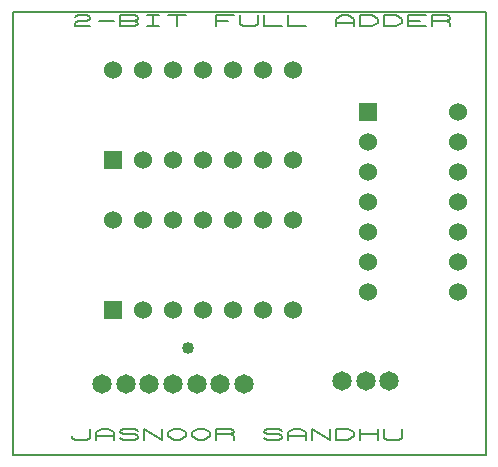
<source format=gbr>
G04 PROTEUS GERBER X2 FILE*
%TF.GenerationSoftware,Labcenter,Proteus,8.9-SP2-Build28501*%
%TF.CreationDate,2023-03-09T16:47:13+00:00*%
%TF.FileFunction,Soldermask,Bot*%
%TF.FilePolarity,Negative*%
%TF.Part,Single*%
%TF.SameCoordinates,{0f7d483c-582a-42f8-afd4-3f49b78b352a}*%
%FSLAX45Y45*%
%MOMM*%
G01*
%TA.AperFunction,Material*%
%ADD70C,1.016000*%
%AMPPAD011*
4,1,36,
-0.635000,0.762000,
0.635000,0.762000,
0.660970,0.759470,
0.684980,0.752200,
0.706580,0.740650,
0.725290,0.725290,
0.740650,0.706570,
0.752200,0.684980,
0.759470,0.660970,
0.762000,0.635000,
0.762000,-0.635000,
0.759470,-0.660970,
0.752200,-0.684980,
0.740650,-0.706570,
0.725290,-0.725290,
0.706580,-0.740650,
0.684980,-0.752200,
0.660970,-0.759470,
0.635000,-0.762000,
-0.635000,-0.762000,
-0.660970,-0.759470,
-0.684980,-0.752200,
-0.706580,-0.740650,
-0.725290,-0.725290,
-0.740650,-0.706570,
-0.752200,-0.684980,
-0.759470,-0.660970,
-0.762000,-0.635000,
-0.762000,0.635000,
-0.759470,0.660970,
-0.752200,0.684980,
-0.740650,0.706570,
-0.725290,0.725290,
-0.706580,0.740650,
-0.684980,0.752200,
-0.660970,0.759470,
-0.635000,0.762000,
0*%
%TA.AperFunction,Material*%
%ADD71PPAD011*%
%ADD20C,1.524000*%
%AMPPAD013*
4,1,36,
0.762000,0.635000,
0.762000,-0.635000,
0.759470,-0.660970,
0.752200,-0.684980,
0.740650,-0.706580,
0.725290,-0.725290,
0.706570,-0.740650,
0.684980,-0.752200,
0.660970,-0.759470,
0.635000,-0.762000,
-0.635000,-0.762000,
-0.660970,-0.759470,
-0.684980,-0.752200,
-0.706570,-0.740650,
-0.725290,-0.725290,
-0.740650,-0.706580,
-0.752200,-0.684980,
-0.759470,-0.660970,
-0.762000,-0.635000,
-0.762000,0.635000,
-0.759470,0.660970,
-0.752200,0.684980,
-0.740650,0.706580,
-0.725290,0.725290,
-0.706570,0.740650,
-0.684980,0.752200,
-0.660970,0.759470,
-0.635000,0.762000,
0.635000,0.762000,
0.660970,0.759470,
0.684980,0.752200,
0.706570,0.740650,
0.725290,0.725290,
0.740650,0.706580,
0.752200,0.684980,
0.759470,0.660970,
0.762000,0.635000,
0*%
%ADD21PPAD013*%
%TA.AperFunction,Material*%
%ADD22C,1.651000*%
%TA.AperFunction,Profile*%
%ADD16C,0.203200*%
%TD.AperFunction*%
D70*
X-1270000Y-2095500D03*
D71*
X-1905000Y-1774000D03*
D20*
X-1651000Y-1774000D03*
X-1397000Y-1774000D03*
X-1143000Y-1774000D03*
X-889000Y-1774000D03*
X-635000Y-1774000D03*
X-381000Y-1774000D03*
X-381000Y-1012000D03*
X-635000Y-1012000D03*
X-889000Y-1012000D03*
X-1143000Y-1012000D03*
X-1397000Y-1012000D03*
X-1651000Y-1012000D03*
X-1905000Y-1012000D03*
D71*
X-1905000Y-508000D03*
D20*
X-1651000Y-508000D03*
X-1397000Y-508000D03*
X-1143000Y-508000D03*
X-889000Y-508000D03*
X-635000Y-508000D03*
X-381000Y-508000D03*
X-381000Y+254000D03*
X-635000Y+254000D03*
X-889000Y+254000D03*
X-1143000Y+254000D03*
X-1397000Y+254000D03*
X-1651000Y+254000D03*
X-1905000Y+254000D03*
D21*
X+258000Y-95000D03*
D20*
X+258000Y-349000D03*
X+258000Y-603000D03*
X+258000Y-857000D03*
X+258000Y-1111000D03*
X+258000Y-1365000D03*
X+258000Y-1619000D03*
X+1020000Y-1619000D03*
X+1020000Y-1365000D03*
X+1020000Y-1111000D03*
X+1020000Y-857000D03*
X+1020000Y-603000D03*
X+1020000Y-349000D03*
X+1020000Y-95000D03*
D22*
X-1997000Y-2405000D03*
X-1797000Y-2405000D03*
X-1597000Y-2405000D03*
X-1397000Y-2405000D03*
X-1197000Y-2405000D03*
X-997000Y-2405000D03*
X-797000Y-2405000D03*
X+34000Y-2377000D03*
X+234000Y-2377000D03*
X+434000Y-2377000D03*
D16*
X-2750000Y-3000000D02*
X+1250000Y-3000000D01*
X+1250000Y+750000D01*
X-2750000Y+750000D01*
X-2750000Y-3000000D01*
X-2250000Y-2841440D02*
X-2250000Y-2856680D01*
X-2224600Y-2871920D01*
X-2123000Y-2871920D01*
X-2097600Y-2856680D01*
X-2097600Y-2780480D01*
X-2046800Y-2871920D02*
X-2046800Y-2810960D01*
X-1996000Y-2780480D01*
X-1945200Y-2780480D01*
X-1894400Y-2810960D01*
X-1894400Y-2871920D01*
X-2046800Y-2841440D02*
X-1894400Y-2841440D01*
X-1843600Y-2856680D02*
X-1818200Y-2871920D01*
X-1716600Y-2871920D01*
X-1691200Y-2856680D01*
X-1691200Y-2841440D01*
X-1716600Y-2826200D01*
X-1818200Y-2826200D01*
X-1843600Y-2810960D01*
X-1843600Y-2795720D01*
X-1818200Y-2780480D01*
X-1716600Y-2780480D01*
X-1691200Y-2795720D01*
X-1640400Y-2871920D02*
X-1640400Y-2780480D01*
X-1488000Y-2871920D01*
X-1488000Y-2780480D01*
X-1437200Y-2810960D02*
X-1386400Y-2780480D01*
X-1335600Y-2780480D01*
X-1284800Y-2810960D01*
X-1284800Y-2841440D01*
X-1335600Y-2871920D01*
X-1386400Y-2871920D01*
X-1437200Y-2841440D01*
X-1437200Y-2810960D01*
X-1234000Y-2810960D02*
X-1183200Y-2780480D01*
X-1132400Y-2780480D01*
X-1081600Y-2810960D01*
X-1081600Y-2841440D01*
X-1132400Y-2871920D01*
X-1183200Y-2871920D01*
X-1234000Y-2841440D01*
X-1234000Y-2810960D01*
X-1030800Y-2871920D02*
X-1030800Y-2780480D01*
X-903800Y-2780480D01*
X-878400Y-2795720D01*
X-878400Y-2810960D01*
X-903800Y-2826200D01*
X-1030800Y-2826200D01*
X-903800Y-2826200D02*
X-878400Y-2841440D01*
X-878400Y-2871920D01*
X-624400Y-2856680D02*
X-599000Y-2871920D01*
X-497400Y-2871920D01*
X-472000Y-2856680D01*
X-472000Y-2841440D01*
X-497400Y-2826200D01*
X-599000Y-2826200D01*
X-624400Y-2810960D01*
X-624400Y-2795720D01*
X-599000Y-2780480D01*
X-497400Y-2780480D01*
X-472000Y-2795720D01*
X-421200Y-2871920D02*
X-421200Y-2810960D01*
X-370400Y-2780480D01*
X-319600Y-2780480D01*
X-268800Y-2810960D01*
X-268800Y-2871920D01*
X-421200Y-2841440D02*
X-268800Y-2841440D01*
X-218000Y-2871920D02*
X-218000Y-2780480D01*
X-65600Y-2871920D01*
X-65600Y-2780480D01*
X-14800Y-2871920D02*
X-14800Y-2780480D01*
X+86800Y-2780480D01*
X+137600Y-2810960D01*
X+137600Y-2841440D01*
X+86800Y-2871920D01*
X-14800Y-2871920D01*
X+188400Y-2871920D02*
X+188400Y-2780480D01*
X+340800Y-2780480D02*
X+340800Y-2871920D01*
X+188400Y-2826200D02*
X+340800Y-2826200D01*
X+391600Y-2780480D02*
X+391600Y-2856680D01*
X+417000Y-2871920D01*
X+518600Y-2871920D01*
X+544000Y-2856680D01*
X+544000Y-2780480D01*
X-2224600Y+704280D02*
X-2199200Y+719520D01*
X-2123000Y+719520D01*
X-2097600Y+704280D01*
X-2097600Y+689040D01*
X-2123000Y+673800D01*
X-2199200Y+673800D01*
X-2224600Y+658560D01*
X-2224600Y+628080D01*
X-2097600Y+628080D01*
X-2021400Y+673800D02*
X-1894400Y+673800D01*
X-1843600Y+628080D02*
X-1843600Y+719520D01*
X-1716600Y+719520D01*
X-1691200Y+704280D01*
X-1691200Y+689040D01*
X-1716600Y+673800D01*
X-1691200Y+658560D01*
X-1691200Y+643320D01*
X-1716600Y+628080D01*
X-1843600Y+628080D01*
X-1843600Y+673800D02*
X-1716600Y+673800D01*
X-1615000Y+719520D02*
X-1513400Y+719520D01*
X-1564200Y+719520D02*
X-1564200Y+628080D01*
X-1615000Y+628080D02*
X-1513400Y+628080D01*
X-1437200Y+719520D02*
X-1284800Y+719520D01*
X-1361000Y+719520D02*
X-1361000Y+628080D01*
X-1030800Y+628080D02*
X-1030800Y+719520D01*
X-878400Y+719520D01*
X-1030800Y+673800D02*
X-929200Y+673800D01*
X-827600Y+719520D02*
X-827600Y+643320D01*
X-802200Y+628080D01*
X-700600Y+628080D01*
X-675200Y+643320D01*
X-675200Y+719520D01*
X-624400Y+719520D02*
X-624400Y+628080D01*
X-472000Y+628080D01*
X-421200Y+719520D02*
X-421200Y+628080D01*
X-268800Y+628080D01*
X-14800Y+628080D02*
X-14800Y+689040D01*
X+36000Y+719520D01*
X+86800Y+719520D01*
X+137600Y+689040D01*
X+137600Y+628080D01*
X-14800Y+658560D02*
X+137600Y+658560D01*
X+188400Y+628080D02*
X+188400Y+719520D01*
X+290000Y+719520D01*
X+340800Y+689040D01*
X+340800Y+658560D01*
X+290000Y+628080D01*
X+188400Y+628080D01*
X+391600Y+628080D02*
X+391600Y+719520D01*
X+493200Y+719520D01*
X+544000Y+689040D01*
X+544000Y+658560D01*
X+493200Y+628080D01*
X+391600Y+628080D01*
X+747200Y+628080D02*
X+594800Y+628080D01*
X+594800Y+719520D01*
X+747200Y+719520D01*
X+594800Y+673800D02*
X+696400Y+673800D01*
X+798000Y+628080D02*
X+798000Y+719520D01*
X+925000Y+719520D01*
X+950400Y+704280D01*
X+950400Y+689040D01*
X+925000Y+673800D01*
X+798000Y+673800D01*
X+925000Y+673800D02*
X+950400Y+658560D01*
X+950400Y+628080D01*
M02*

</source>
